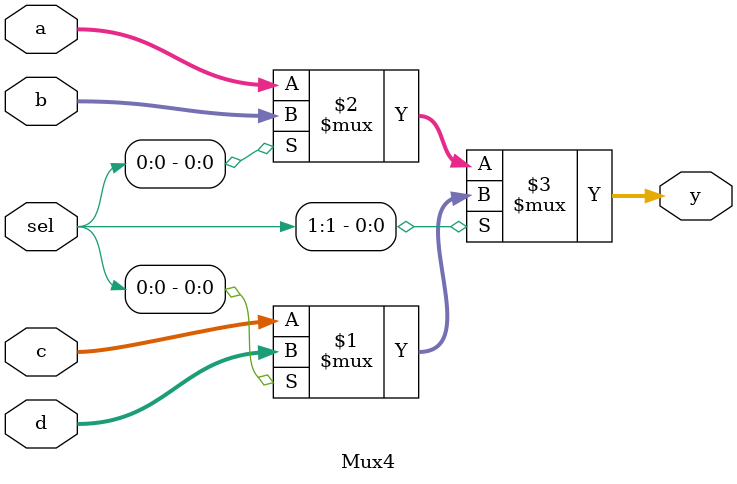
<source format=v>
`timescale 1ns / 1ps

module Mux4#(parameter MUX_WIDTH = 5) (
    input [MUX_WIDTH-1:0] a,b,c,d,
    input [1:0] sel,
    output [MUX_WIDTH-1:0] y
    );

    
    assign y = sel[1] ? (sel[0] ? d : c) : (sel[0] ? b : a);
endmodule

</source>
